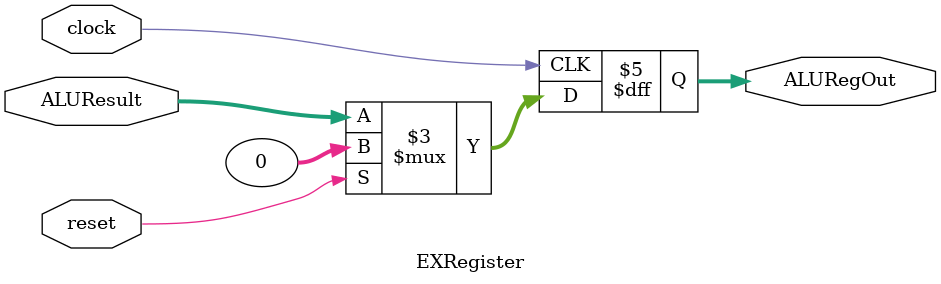
<source format=v>
`timescale 1ns / 1ps

module EXRegister(
	//outputs
	 ALURegOut,
	//inputs
	 ALUResult, clock, reset
    );
//OUTPUTS-------------------------------------------
	output [31:0] ALURegOut;
//INPUTS--------------------------------------------
	input [31:0]  ALUResult;
	input clock, reset;
//OTHER---------------------------------------------
	reg [31:0] ALURegOut;
//CODE----------------------------------------------
	always @ (posedge clock) begin
		if (reset)begin
			ALURegOut = 0;
		end
		else
			
		begin
			ALURegOut = ALUResult;
		end
	end
endmodule

</source>
